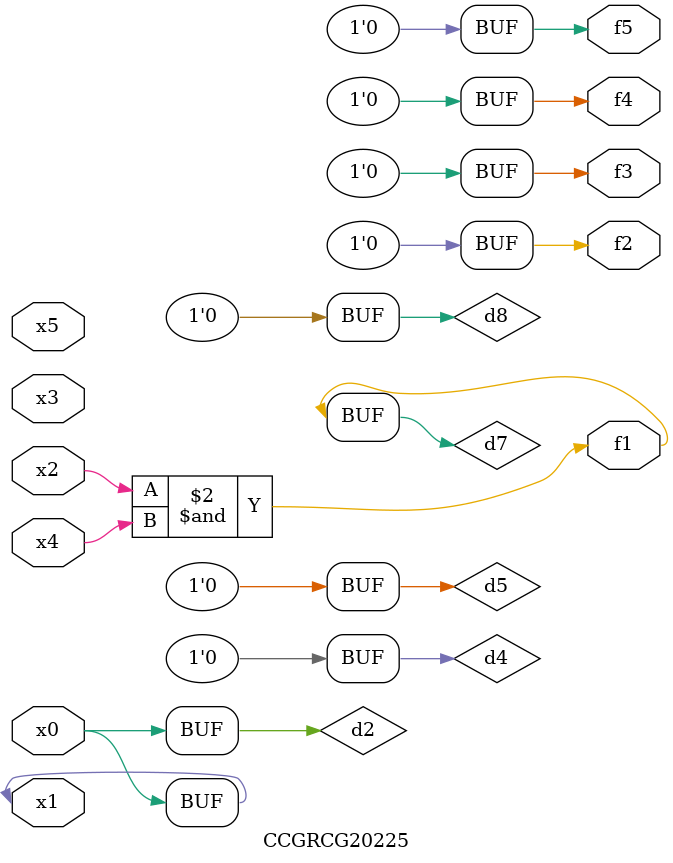
<source format=v>
module CCGRCG20225(
	input x0, x1, x2, x3, x4, x5,
	output f1, f2, f3, f4, f5
);

	wire d1, d2, d3, d4, d5, d6, d7, d8, d9;

	nand (d1, x1);
	buf (d2, x0, x1);
	nand (d3, x2, x4);
	and (d4, d1, d2);
	and (d5, d1, d2);
	nand (d6, d1, d3);
	not (d7, d3);
	xor (d8, d5);
	nor (d9, d5, d6);
	assign f1 = d7;
	assign f2 = d8;
	assign f3 = d8;
	assign f4 = d8;
	assign f5 = d8;
endmodule

</source>
